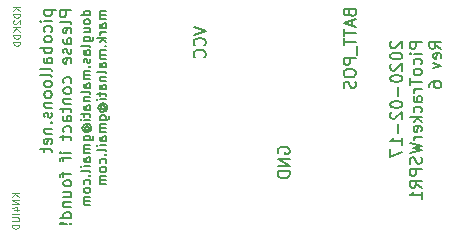
<source format=gbr>
G04 #@! TF.GenerationSoftware,KiCad,Pcbnew,(5.1.5)-3*
G04 #@! TF.CreationDate,2020-02-17T19:32:57-05:00*
G04 #@! TF.ProjectId,PicoTrackerWSPR1Rev6,5069636f-5472-4616-936b-657257535052,rev?*
G04 #@! TF.SameCoordinates,Original*
G04 #@! TF.FileFunction,Legend,Bot*
G04 #@! TF.FilePolarity,Positive*
%FSLAX46Y46*%
G04 Gerber Fmt 4.6, Leading zero omitted, Abs format (unit mm)*
G04 Created by KiCad (PCBNEW (5.1.5)-3) date 2020-02-17 19:32:57*
%MOMM*%
%LPD*%
G04 APERTURE LIST*
%ADD10C,0.125000*%
%ADD11C,0.150000*%
G04 APERTURE END LIST*
D10*
X78630428Y-85861714D02*
X78030428Y-85861714D01*
X78630428Y-86204571D02*
X78287571Y-85947428D01*
X78030428Y-86204571D02*
X78373285Y-85861714D01*
X78630428Y-86461714D02*
X78030428Y-86461714D01*
X78630428Y-86804571D01*
X78030428Y-86804571D01*
X78230428Y-87347428D02*
X78630428Y-87347428D01*
X78001857Y-87204571D02*
X78430428Y-87061714D01*
X78430428Y-87433142D01*
X78630428Y-87661714D02*
X78030428Y-87661714D01*
X78030428Y-87947428D02*
X78516142Y-87947428D01*
X78573285Y-87976000D01*
X78601857Y-88004571D01*
X78630428Y-88061714D01*
X78630428Y-88176000D01*
X78601857Y-88233142D01*
X78573285Y-88261714D01*
X78516142Y-88290285D01*
X78030428Y-88290285D01*
X78630428Y-88576000D02*
X78030428Y-88576000D01*
X78030428Y-88718857D01*
X78059000Y-88804571D01*
X78116142Y-88861714D01*
X78173285Y-88890285D01*
X78287571Y-88918857D01*
X78373285Y-88918857D01*
X78487571Y-88890285D01*
X78544714Y-88861714D01*
X78601857Y-88804571D01*
X78630428Y-88718857D01*
X78630428Y-88576000D01*
X78757428Y-70112142D02*
X78157428Y-70112142D01*
X78757428Y-70455000D02*
X78414571Y-70197857D01*
X78157428Y-70455000D02*
X78500285Y-70112142D01*
X78757428Y-70712142D02*
X78157428Y-70712142D01*
X78157428Y-70855000D01*
X78186000Y-70940714D01*
X78243142Y-70997857D01*
X78300285Y-71026428D01*
X78414571Y-71055000D01*
X78500285Y-71055000D01*
X78614571Y-71026428D01*
X78671714Y-70997857D01*
X78728857Y-70940714D01*
X78757428Y-70855000D01*
X78757428Y-70712142D01*
X78214571Y-71283571D02*
X78186000Y-71312142D01*
X78157428Y-71369285D01*
X78157428Y-71512142D01*
X78186000Y-71569285D01*
X78214571Y-71597857D01*
X78271714Y-71626428D01*
X78328857Y-71626428D01*
X78414571Y-71597857D01*
X78757428Y-71255000D01*
X78757428Y-71626428D01*
X78757428Y-71883571D02*
X78157428Y-71883571D01*
X78757428Y-72226428D02*
X78414571Y-71969285D01*
X78157428Y-72226428D02*
X78500285Y-71883571D01*
X78757428Y-72483571D02*
X78157428Y-72483571D01*
X78157428Y-72626428D01*
X78186000Y-72712142D01*
X78243142Y-72769285D01*
X78300285Y-72797857D01*
X78414571Y-72826428D01*
X78500285Y-72826428D01*
X78614571Y-72797857D01*
X78671714Y-72769285D01*
X78728857Y-72712142D01*
X78757428Y-72626428D01*
X78757428Y-72483571D01*
X78757428Y-73083571D02*
X78157428Y-73083571D01*
X78157428Y-73226428D01*
X78186000Y-73312142D01*
X78243142Y-73369285D01*
X78300285Y-73397857D01*
X78414571Y-73426428D01*
X78500285Y-73426428D01*
X78614571Y-73397857D01*
X78671714Y-73369285D01*
X78728857Y-73312142D01*
X78757428Y-73226428D01*
X78757428Y-73083571D01*
D11*
X84649904Y-70861833D02*
X83849904Y-70861833D01*
X84611809Y-70861833D02*
X84649904Y-70785642D01*
X84649904Y-70633261D01*
X84611809Y-70557071D01*
X84573714Y-70518976D01*
X84497523Y-70480880D01*
X84268952Y-70480880D01*
X84192761Y-70518976D01*
X84154666Y-70557071D01*
X84116571Y-70633261D01*
X84116571Y-70785642D01*
X84154666Y-70861833D01*
X84649904Y-71357071D02*
X84611809Y-71280880D01*
X84573714Y-71242785D01*
X84497523Y-71204690D01*
X84268952Y-71204690D01*
X84192761Y-71242785D01*
X84154666Y-71280880D01*
X84116571Y-71357071D01*
X84116571Y-71471357D01*
X84154666Y-71547547D01*
X84192761Y-71585642D01*
X84268952Y-71623738D01*
X84497523Y-71623738D01*
X84573714Y-71585642D01*
X84611809Y-71547547D01*
X84649904Y-71471357D01*
X84649904Y-71357071D01*
X84116571Y-72309452D02*
X84649904Y-72309452D01*
X84116571Y-71966595D02*
X84535619Y-71966595D01*
X84611809Y-72004690D01*
X84649904Y-72080880D01*
X84649904Y-72195166D01*
X84611809Y-72271357D01*
X84573714Y-72309452D01*
X84116571Y-73033261D02*
X84764190Y-73033261D01*
X84840380Y-72995166D01*
X84878476Y-72957071D01*
X84916571Y-72880880D01*
X84916571Y-72766595D01*
X84878476Y-72690404D01*
X84611809Y-73033261D02*
X84649904Y-72957071D01*
X84649904Y-72804690D01*
X84611809Y-72728500D01*
X84573714Y-72690404D01*
X84497523Y-72652309D01*
X84268952Y-72652309D01*
X84192761Y-72690404D01*
X84154666Y-72728500D01*
X84116571Y-72804690D01*
X84116571Y-72957071D01*
X84154666Y-73033261D01*
X84649904Y-73528500D02*
X84611809Y-73452309D01*
X84535619Y-73414214D01*
X83849904Y-73414214D01*
X84649904Y-74176119D02*
X84230857Y-74176119D01*
X84154666Y-74138023D01*
X84116571Y-74061833D01*
X84116571Y-73909452D01*
X84154666Y-73833261D01*
X84611809Y-74176119D02*
X84649904Y-74099928D01*
X84649904Y-73909452D01*
X84611809Y-73833261D01*
X84535619Y-73795166D01*
X84459428Y-73795166D01*
X84383238Y-73833261D01*
X84345142Y-73909452D01*
X84345142Y-74099928D01*
X84307047Y-74176119D01*
X84611809Y-74518976D02*
X84649904Y-74595166D01*
X84649904Y-74747547D01*
X84611809Y-74823738D01*
X84535619Y-74861833D01*
X84497523Y-74861833D01*
X84421333Y-74823738D01*
X84383238Y-74747547D01*
X84383238Y-74633261D01*
X84345142Y-74557071D01*
X84268952Y-74518976D01*
X84230857Y-74518976D01*
X84154666Y-74557071D01*
X84116571Y-74633261D01*
X84116571Y-74747547D01*
X84154666Y-74823738D01*
X84573714Y-75204690D02*
X84611809Y-75242785D01*
X84649904Y-75204690D01*
X84611809Y-75166595D01*
X84573714Y-75204690D01*
X84649904Y-75204690D01*
X84649904Y-75585642D02*
X84116571Y-75585642D01*
X84192761Y-75585642D02*
X84154666Y-75623738D01*
X84116571Y-75699928D01*
X84116571Y-75814214D01*
X84154666Y-75890404D01*
X84230857Y-75928500D01*
X84649904Y-75928500D01*
X84230857Y-75928500D02*
X84154666Y-75966595D01*
X84116571Y-76042785D01*
X84116571Y-76157071D01*
X84154666Y-76233261D01*
X84230857Y-76271357D01*
X84649904Y-76271357D01*
X84649904Y-76995166D02*
X84230857Y-76995166D01*
X84154666Y-76957071D01*
X84116571Y-76880880D01*
X84116571Y-76728500D01*
X84154666Y-76652309D01*
X84611809Y-76995166D02*
X84649904Y-76918976D01*
X84649904Y-76728500D01*
X84611809Y-76652309D01*
X84535619Y-76614214D01*
X84459428Y-76614214D01*
X84383238Y-76652309D01*
X84345142Y-76728500D01*
X84345142Y-76918976D01*
X84307047Y-76995166D01*
X84649904Y-77490404D02*
X84611809Y-77414214D01*
X84535619Y-77376119D01*
X83849904Y-77376119D01*
X84116571Y-77795166D02*
X84649904Y-77795166D01*
X84192761Y-77795166D02*
X84154666Y-77833261D01*
X84116571Y-77909452D01*
X84116571Y-78023738D01*
X84154666Y-78099928D01*
X84230857Y-78138023D01*
X84649904Y-78138023D01*
X84649904Y-78861833D02*
X84230857Y-78861833D01*
X84154666Y-78823738D01*
X84116571Y-78747547D01*
X84116571Y-78595166D01*
X84154666Y-78518976D01*
X84611809Y-78861833D02*
X84649904Y-78785642D01*
X84649904Y-78595166D01*
X84611809Y-78518976D01*
X84535619Y-78480880D01*
X84459428Y-78480880D01*
X84383238Y-78518976D01*
X84345142Y-78595166D01*
X84345142Y-78785642D01*
X84307047Y-78861833D01*
X84116571Y-79128500D02*
X84116571Y-79433261D01*
X83849904Y-79242785D02*
X84535619Y-79242785D01*
X84611809Y-79280880D01*
X84649904Y-79357071D01*
X84649904Y-79433261D01*
X84649904Y-79699928D02*
X84116571Y-79699928D01*
X83849904Y-79699928D02*
X83888000Y-79661833D01*
X83926095Y-79699928D01*
X83888000Y-79738023D01*
X83849904Y-79699928D01*
X83926095Y-79699928D01*
X84268952Y-80576119D02*
X84230857Y-80538023D01*
X84192761Y-80461833D01*
X84192761Y-80385642D01*
X84230857Y-80309452D01*
X84268952Y-80271357D01*
X84345142Y-80233261D01*
X84421333Y-80233261D01*
X84497523Y-80271357D01*
X84535619Y-80309452D01*
X84573714Y-80385642D01*
X84573714Y-80461833D01*
X84535619Y-80538023D01*
X84497523Y-80576119D01*
X84192761Y-80576119D02*
X84497523Y-80576119D01*
X84535619Y-80614214D01*
X84535619Y-80652309D01*
X84497523Y-80728500D01*
X84421333Y-80766595D01*
X84230857Y-80766595D01*
X84116571Y-80690404D01*
X84040380Y-80576119D01*
X84002285Y-80423738D01*
X84040380Y-80271357D01*
X84116571Y-80157071D01*
X84230857Y-80080880D01*
X84383238Y-80042785D01*
X84535619Y-80080880D01*
X84649904Y-80157071D01*
X84726095Y-80271357D01*
X84764190Y-80423738D01*
X84726095Y-80576119D01*
X84649904Y-80690404D01*
X84116571Y-81452309D02*
X84764190Y-81452309D01*
X84840380Y-81414214D01*
X84878476Y-81376119D01*
X84916571Y-81299928D01*
X84916571Y-81185642D01*
X84878476Y-81109452D01*
X84611809Y-81452309D02*
X84649904Y-81376119D01*
X84649904Y-81223738D01*
X84611809Y-81147547D01*
X84573714Y-81109452D01*
X84497523Y-81071357D01*
X84268952Y-81071357D01*
X84192761Y-81109452D01*
X84154666Y-81147547D01*
X84116571Y-81223738D01*
X84116571Y-81376119D01*
X84154666Y-81452309D01*
X84649904Y-81833261D02*
X84116571Y-81833261D01*
X84192761Y-81833261D02*
X84154666Y-81871357D01*
X84116571Y-81947547D01*
X84116571Y-82061833D01*
X84154666Y-82138023D01*
X84230857Y-82176119D01*
X84649904Y-82176119D01*
X84230857Y-82176119D02*
X84154666Y-82214214D01*
X84116571Y-82290404D01*
X84116571Y-82404690D01*
X84154666Y-82480880D01*
X84230857Y-82518976D01*
X84649904Y-82518976D01*
X84649904Y-83242785D02*
X84230857Y-83242785D01*
X84154666Y-83204690D01*
X84116571Y-83128500D01*
X84116571Y-82976119D01*
X84154666Y-82899928D01*
X84611809Y-83242785D02*
X84649904Y-83166595D01*
X84649904Y-82976119D01*
X84611809Y-82899928D01*
X84535619Y-82861833D01*
X84459428Y-82861833D01*
X84383238Y-82899928D01*
X84345142Y-82976119D01*
X84345142Y-83166595D01*
X84307047Y-83242785D01*
X84649904Y-83623738D02*
X84116571Y-83623738D01*
X83849904Y-83623738D02*
X83888000Y-83585642D01*
X83926095Y-83623738D01*
X83888000Y-83661833D01*
X83849904Y-83623738D01*
X83926095Y-83623738D01*
X84649904Y-84118976D02*
X84611809Y-84042785D01*
X84535619Y-84004690D01*
X83849904Y-84004690D01*
X84573714Y-84423738D02*
X84611809Y-84461833D01*
X84649904Y-84423738D01*
X84611809Y-84385642D01*
X84573714Y-84423738D01*
X84649904Y-84423738D01*
X84611809Y-85147547D02*
X84649904Y-85071357D01*
X84649904Y-84918976D01*
X84611809Y-84842785D01*
X84573714Y-84804690D01*
X84497523Y-84766595D01*
X84268952Y-84766595D01*
X84192761Y-84804690D01*
X84154666Y-84842785D01*
X84116571Y-84918976D01*
X84116571Y-85071357D01*
X84154666Y-85147547D01*
X84649904Y-85604690D02*
X84611809Y-85528500D01*
X84573714Y-85490404D01*
X84497523Y-85452309D01*
X84268952Y-85452309D01*
X84192761Y-85490404D01*
X84154666Y-85528500D01*
X84116571Y-85604690D01*
X84116571Y-85718976D01*
X84154666Y-85795166D01*
X84192761Y-85833261D01*
X84268952Y-85871357D01*
X84497523Y-85871357D01*
X84573714Y-85833261D01*
X84611809Y-85795166D01*
X84649904Y-85718976D01*
X84649904Y-85604690D01*
X84649904Y-86214214D02*
X84116571Y-86214214D01*
X84192761Y-86214214D02*
X84154666Y-86252309D01*
X84116571Y-86328500D01*
X84116571Y-86442785D01*
X84154666Y-86518976D01*
X84230857Y-86557071D01*
X84649904Y-86557071D01*
X84230857Y-86557071D02*
X84154666Y-86595166D01*
X84116571Y-86671357D01*
X84116571Y-86785642D01*
X84154666Y-86861833D01*
X84230857Y-86899928D01*
X84649904Y-86899928D01*
X85999904Y-70518976D02*
X85466571Y-70518976D01*
X85542761Y-70518976D02*
X85504666Y-70557071D01*
X85466571Y-70633261D01*
X85466571Y-70747547D01*
X85504666Y-70823738D01*
X85580857Y-70861833D01*
X85999904Y-70861833D01*
X85580857Y-70861833D02*
X85504666Y-70899928D01*
X85466571Y-70976119D01*
X85466571Y-71090404D01*
X85504666Y-71166595D01*
X85580857Y-71204690D01*
X85999904Y-71204690D01*
X85999904Y-71928500D02*
X85580857Y-71928500D01*
X85504666Y-71890404D01*
X85466571Y-71814214D01*
X85466571Y-71661833D01*
X85504666Y-71585642D01*
X85961809Y-71928500D02*
X85999904Y-71852309D01*
X85999904Y-71661833D01*
X85961809Y-71585642D01*
X85885619Y-71547547D01*
X85809428Y-71547547D01*
X85733238Y-71585642D01*
X85695142Y-71661833D01*
X85695142Y-71852309D01*
X85657047Y-71928500D01*
X85999904Y-72309452D02*
X85466571Y-72309452D01*
X85618952Y-72309452D02*
X85542761Y-72347547D01*
X85504666Y-72385642D01*
X85466571Y-72461833D01*
X85466571Y-72538023D01*
X85999904Y-72804690D02*
X85199904Y-72804690D01*
X85695142Y-72880880D02*
X85999904Y-73109452D01*
X85466571Y-73109452D02*
X85771333Y-72804690D01*
X85923714Y-73452309D02*
X85961809Y-73490404D01*
X85999904Y-73452309D01*
X85961809Y-73414214D01*
X85923714Y-73452309D01*
X85999904Y-73452309D01*
X85999904Y-73833261D02*
X85466571Y-73833261D01*
X85542761Y-73833261D02*
X85504666Y-73871357D01*
X85466571Y-73947547D01*
X85466571Y-74061833D01*
X85504666Y-74138023D01*
X85580857Y-74176119D01*
X85999904Y-74176119D01*
X85580857Y-74176119D02*
X85504666Y-74214214D01*
X85466571Y-74290404D01*
X85466571Y-74404690D01*
X85504666Y-74480880D01*
X85580857Y-74518976D01*
X85999904Y-74518976D01*
X85999904Y-75242785D02*
X85580857Y-75242785D01*
X85504666Y-75204690D01*
X85466571Y-75128500D01*
X85466571Y-74976119D01*
X85504666Y-74899928D01*
X85961809Y-75242785D02*
X85999904Y-75166595D01*
X85999904Y-74976119D01*
X85961809Y-74899928D01*
X85885619Y-74861833D01*
X85809428Y-74861833D01*
X85733238Y-74899928D01*
X85695142Y-74976119D01*
X85695142Y-75166595D01*
X85657047Y-75242785D01*
X85999904Y-75738023D02*
X85961809Y-75661833D01*
X85885619Y-75623738D01*
X85199904Y-75623738D01*
X85466571Y-76042785D02*
X85999904Y-76042785D01*
X85542761Y-76042785D02*
X85504666Y-76080880D01*
X85466571Y-76157071D01*
X85466571Y-76271357D01*
X85504666Y-76347547D01*
X85580857Y-76385642D01*
X85999904Y-76385642D01*
X85999904Y-77109452D02*
X85580857Y-77109452D01*
X85504666Y-77071357D01*
X85466571Y-76995166D01*
X85466571Y-76842785D01*
X85504666Y-76766595D01*
X85961809Y-77109452D02*
X85999904Y-77033261D01*
X85999904Y-76842785D01*
X85961809Y-76766595D01*
X85885619Y-76728500D01*
X85809428Y-76728500D01*
X85733238Y-76766595D01*
X85695142Y-76842785D01*
X85695142Y-77033261D01*
X85657047Y-77109452D01*
X85466571Y-77376119D02*
X85466571Y-77680880D01*
X85199904Y-77490404D02*
X85885619Y-77490404D01*
X85961809Y-77528500D01*
X85999904Y-77604690D01*
X85999904Y-77680880D01*
X85999904Y-77947547D02*
X85466571Y-77947547D01*
X85199904Y-77947547D02*
X85238000Y-77909452D01*
X85276095Y-77947547D01*
X85238000Y-77985642D01*
X85199904Y-77947547D01*
X85276095Y-77947547D01*
X85618952Y-78823738D02*
X85580857Y-78785642D01*
X85542761Y-78709452D01*
X85542761Y-78633261D01*
X85580857Y-78557071D01*
X85618952Y-78518976D01*
X85695142Y-78480880D01*
X85771333Y-78480880D01*
X85847523Y-78518976D01*
X85885619Y-78557071D01*
X85923714Y-78633261D01*
X85923714Y-78709452D01*
X85885619Y-78785642D01*
X85847523Y-78823738D01*
X85542761Y-78823738D02*
X85847523Y-78823738D01*
X85885619Y-78861833D01*
X85885619Y-78899928D01*
X85847523Y-78976119D01*
X85771333Y-79014214D01*
X85580857Y-79014214D01*
X85466571Y-78938023D01*
X85390380Y-78823738D01*
X85352285Y-78671357D01*
X85390380Y-78518976D01*
X85466571Y-78404690D01*
X85580857Y-78328500D01*
X85733238Y-78290404D01*
X85885619Y-78328500D01*
X85999904Y-78404690D01*
X86076095Y-78518976D01*
X86114190Y-78671357D01*
X86076095Y-78823738D01*
X85999904Y-78938023D01*
X85466571Y-79699928D02*
X86114190Y-79699928D01*
X86190380Y-79661833D01*
X86228476Y-79623738D01*
X86266571Y-79547547D01*
X86266571Y-79433261D01*
X86228476Y-79357071D01*
X85961809Y-79699928D02*
X85999904Y-79623738D01*
X85999904Y-79471357D01*
X85961809Y-79395166D01*
X85923714Y-79357071D01*
X85847523Y-79318976D01*
X85618952Y-79318976D01*
X85542761Y-79357071D01*
X85504666Y-79395166D01*
X85466571Y-79471357D01*
X85466571Y-79623738D01*
X85504666Y-79699928D01*
X85999904Y-80080880D02*
X85466571Y-80080880D01*
X85542761Y-80080880D02*
X85504666Y-80118976D01*
X85466571Y-80195166D01*
X85466571Y-80309452D01*
X85504666Y-80385642D01*
X85580857Y-80423738D01*
X85999904Y-80423738D01*
X85580857Y-80423738D02*
X85504666Y-80461833D01*
X85466571Y-80538023D01*
X85466571Y-80652309D01*
X85504666Y-80728500D01*
X85580857Y-80766595D01*
X85999904Y-80766595D01*
X85999904Y-81490404D02*
X85580857Y-81490404D01*
X85504666Y-81452309D01*
X85466571Y-81376119D01*
X85466571Y-81223738D01*
X85504666Y-81147547D01*
X85961809Y-81490404D02*
X85999904Y-81414214D01*
X85999904Y-81223738D01*
X85961809Y-81147547D01*
X85885619Y-81109452D01*
X85809428Y-81109452D01*
X85733238Y-81147547D01*
X85695142Y-81223738D01*
X85695142Y-81414214D01*
X85657047Y-81490404D01*
X85999904Y-81871357D02*
X85466571Y-81871357D01*
X85199904Y-81871357D02*
X85238000Y-81833261D01*
X85276095Y-81871357D01*
X85238000Y-81909452D01*
X85199904Y-81871357D01*
X85276095Y-81871357D01*
X85999904Y-82366595D02*
X85961809Y-82290404D01*
X85885619Y-82252309D01*
X85199904Y-82252309D01*
X85923714Y-82671357D02*
X85961809Y-82709452D01*
X85999904Y-82671357D01*
X85961809Y-82633261D01*
X85923714Y-82671357D01*
X85999904Y-82671357D01*
X85961809Y-83395166D02*
X85999904Y-83318976D01*
X85999904Y-83166595D01*
X85961809Y-83090404D01*
X85923714Y-83052309D01*
X85847523Y-83014214D01*
X85618952Y-83014214D01*
X85542761Y-83052309D01*
X85504666Y-83090404D01*
X85466571Y-83166595D01*
X85466571Y-83318976D01*
X85504666Y-83395166D01*
X85999904Y-83852309D02*
X85961809Y-83776119D01*
X85923714Y-83738023D01*
X85847523Y-83699928D01*
X85618952Y-83699928D01*
X85542761Y-83738023D01*
X85504666Y-83776119D01*
X85466571Y-83852309D01*
X85466571Y-83966595D01*
X85504666Y-84042785D01*
X85542761Y-84080880D01*
X85618952Y-84118976D01*
X85847523Y-84118976D01*
X85923714Y-84080880D01*
X85961809Y-84042785D01*
X85999904Y-83966595D01*
X85999904Y-83852309D01*
X85999904Y-84461833D02*
X85466571Y-84461833D01*
X85542761Y-84461833D02*
X85504666Y-84499928D01*
X85466571Y-84576119D01*
X85466571Y-84690404D01*
X85504666Y-84766595D01*
X85580857Y-84804690D01*
X85999904Y-84804690D01*
X85580857Y-84804690D02*
X85504666Y-84842785D01*
X85466571Y-84918976D01*
X85466571Y-85033261D01*
X85504666Y-85109452D01*
X85580857Y-85147547D01*
X85999904Y-85147547D01*
X80748714Y-70439595D02*
X81748714Y-70439595D01*
X80796333Y-70439595D02*
X80748714Y-70534833D01*
X80748714Y-70725309D01*
X80796333Y-70820547D01*
X80843952Y-70868166D01*
X80939190Y-70915785D01*
X81224904Y-70915785D01*
X81320142Y-70868166D01*
X81367761Y-70820547D01*
X81415380Y-70725309D01*
X81415380Y-70534833D01*
X81367761Y-70439595D01*
X81415380Y-71344357D02*
X80748714Y-71344357D01*
X80415380Y-71344357D02*
X80463000Y-71296738D01*
X80510619Y-71344357D01*
X80463000Y-71391976D01*
X80415380Y-71344357D01*
X80510619Y-71344357D01*
X81367761Y-72249119D02*
X81415380Y-72153880D01*
X81415380Y-71963404D01*
X81367761Y-71868166D01*
X81320142Y-71820547D01*
X81224904Y-71772928D01*
X80939190Y-71772928D01*
X80843952Y-71820547D01*
X80796333Y-71868166D01*
X80748714Y-71963404D01*
X80748714Y-72153880D01*
X80796333Y-72249119D01*
X81415380Y-72820547D02*
X81367761Y-72725309D01*
X81320142Y-72677690D01*
X81224904Y-72630071D01*
X80939190Y-72630071D01*
X80843952Y-72677690D01*
X80796333Y-72725309D01*
X80748714Y-72820547D01*
X80748714Y-72963404D01*
X80796333Y-73058642D01*
X80843952Y-73106261D01*
X80939190Y-73153880D01*
X81224904Y-73153880D01*
X81320142Y-73106261D01*
X81367761Y-73058642D01*
X81415380Y-72963404D01*
X81415380Y-72820547D01*
X81415380Y-73582452D02*
X80415380Y-73582452D01*
X80796333Y-73582452D02*
X80748714Y-73677690D01*
X80748714Y-73868166D01*
X80796333Y-73963404D01*
X80843952Y-74011023D01*
X80939190Y-74058642D01*
X81224904Y-74058642D01*
X81320142Y-74011023D01*
X81367761Y-73963404D01*
X81415380Y-73868166D01*
X81415380Y-73677690D01*
X81367761Y-73582452D01*
X81415380Y-74915785D02*
X80891571Y-74915785D01*
X80796333Y-74868166D01*
X80748714Y-74772928D01*
X80748714Y-74582452D01*
X80796333Y-74487214D01*
X81367761Y-74915785D02*
X81415380Y-74820547D01*
X81415380Y-74582452D01*
X81367761Y-74487214D01*
X81272523Y-74439595D01*
X81177285Y-74439595D01*
X81082047Y-74487214D01*
X81034428Y-74582452D01*
X81034428Y-74820547D01*
X80986809Y-74915785D01*
X81415380Y-75534833D02*
X81367761Y-75439595D01*
X81272523Y-75391976D01*
X80415380Y-75391976D01*
X81415380Y-76058642D02*
X81367761Y-75963404D01*
X81272523Y-75915785D01*
X80415380Y-75915785D01*
X81415380Y-76582452D02*
X81367761Y-76487214D01*
X81320142Y-76439595D01*
X81224904Y-76391976D01*
X80939190Y-76391976D01*
X80843952Y-76439595D01*
X80796333Y-76487214D01*
X80748714Y-76582452D01*
X80748714Y-76725309D01*
X80796333Y-76820547D01*
X80843952Y-76868166D01*
X80939190Y-76915785D01*
X81224904Y-76915785D01*
X81320142Y-76868166D01*
X81367761Y-76820547D01*
X81415380Y-76725309D01*
X81415380Y-76582452D01*
X81415380Y-77487214D02*
X81367761Y-77391976D01*
X81320142Y-77344357D01*
X81224904Y-77296738D01*
X80939190Y-77296738D01*
X80843952Y-77344357D01*
X80796333Y-77391976D01*
X80748714Y-77487214D01*
X80748714Y-77630071D01*
X80796333Y-77725309D01*
X80843952Y-77772928D01*
X80939190Y-77820547D01*
X81224904Y-77820547D01*
X81320142Y-77772928D01*
X81367761Y-77725309D01*
X81415380Y-77630071D01*
X81415380Y-77487214D01*
X80748714Y-78249119D02*
X81415380Y-78249119D01*
X80843952Y-78249119D02*
X80796333Y-78296738D01*
X80748714Y-78391976D01*
X80748714Y-78534833D01*
X80796333Y-78630071D01*
X80891571Y-78677690D01*
X81415380Y-78677690D01*
X81367761Y-79106261D02*
X81415380Y-79201500D01*
X81415380Y-79391976D01*
X81367761Y-79487214D01*
X81272523Y-79534833D01*
X81224904Y-79534833D01*
X81129666Y-79487214D01*
X81082047Y-79391976D01*
X81082047Y-79249119D01*
X81034428Y-79153880D01*
X80939190Y-79106261D01*
X80891571Y-79106261D01*
X80796333Y-79153880D01*
X80748714Y-79249119D01*
X80748714Y-79391976D01*
X80796333Y-79487214D01*
X81320142Y-79963404D02*
X81367761Y-80011023D01*
X81415380Y-79963404D01*
X81367761Y-79915785D01*
X81320142Y-79963404D01*
X81415380Y-79963404D01*
X80748714Y-80439595D02*
X81415380Y-80439595D01*
X80843952Y-80439595D02*
X80796333Y-80487214D01*
X80748714Y-80582452D01*
X80748714Y-80725309D01*
X80796333Y-80820547D01*
X80891571Y-80868166D01*
X81415380Y-80868166D01*
X81367761Y-81725309D02*
X81415380Y-81630071D01*
X81415380Y-81439595D01*
X81367761Y-81344357D01*
X81272523Y-81296738D01*
X80891571Y-81296738D01*
X80796333Y-81344357D01*
X80748714Y-81439595D01*
X80748714Y-81630071D01*
X80796333Y-81725309D01*
X80891571Y-81772928D01*
X80986809Y-81772928D01*
X81082047Y-81296738D01*
X80748714Y-82058642D02*
X80748714Y-82439595D01*
X80415380Y-82201500D02*
X81272523Y-82201500D01*
X81367761Y-82249119D01*
X81415380Y-82344357D01*
X81415380Y-82439595D01*
X83065380Y-70439595D02*
X82065380Y-70439595D01*
X82065380Y-70820547D01*
X82113000Y-70915785D01*
X82160619Y-70963404D01*
X82255857Y-71011023D01*
X82398714Y-71011023D01*
X82493952Y-70963404D01*
X82541571Y-70915785D01*
X82589190Y-70820547D01*
X82589190Y-70439595D01*
X83065380Y-71582452D02*
X83017761Y-71487214D01*
X82922523Y-71439595D01*
X82065380Y-71439595D01*
X83017761Y-72344357D02*
X83065380Y-72249119D01*
X83065380Y-72058642D01*
X83017761Y-71963404D01*
X82922523Y-71915785D01*
X82541571Y-71915785D01*
X82446333Y-71963404D01*
X82398714Y-72058642D01*
X82398714Y-72249119D01*
X82446333Y-72344357D01*
X82541571Y-72391976D01*
X82636809Y-72391976D01*
X82732047Y-71915785D01*
X83065380Y-73249119D02*
X82541571Y-73249119D01*
X82446333Y-73201500D01*
X82398714Y-73106261D01*
X82398714Y-72915785D01*
X82446333Y-72820547D01*
X83017761Y-73249119D02*
X83065380Y-73153880D01*
X83065380Y-72915785D01*
X83017761Y-72820547D01*
X82922523Y-72772928D01*
X82827285Y-72772928D01*
X82732047Y-72820547D01*
X82684428Y-72915785D01*
X82684428Y-73153880D01*
X82636809Y-73249119D01*
X83017761Y-73677690D02*
X83065380Y-73772928D01*
X83065380Y-73963404D01*
X83017761Y-74058642D01*
X82922523Y-74106261D01*
X82874904Y-74106261D01*
X82779666Y-74058642D01*
X82732047Y-73963404D01*
X82732047Y-73820547D01*
X82684428Y-73725309D01*
X82589190Y-73677690D01*
X82541571Y-73677690D01*
X82446333Y-73725309D01*
X82398714Y-73820547D01*
X82398714Y-73963404D01*
X82446333Y-74058642D01*
X83017761Y-74915785D02*
X83065380Y-74820547D01*
X83065380Y-74630071D01*
X83017761Y-74534833D01*
X82922523Y-74487214D01*
X82541571Y-74487214D01*
X82446333Y-74534833D01*
X82398714Y-74630071D01*
X82398714Y-74820547D01*
X82446333Y-74915785D01*
X82541571Y-74963404D01*
X82636809Y-74963404D01*
X82732047Y-74487214D01*
X83017761Y-76582452D02*
X83065380Y-76487214D01*
X83065380Y-76296738D01*
X83017761Y-76201500D01*
X82970142Y-76153880D01*
X82874904Y-76106261D01*
X82589190Y-76106261D01*
X82493952Y-76153880D01*
X82446333Y-76201500D01*
X82398714Y-76296738D01*
X82398714Y-76487214D01*
X82446333Y-76582452D01*
X83065380Y-77153880D02*
X83017761Y-77058642D01*
X82970142Y-77011023D01*
X82874904Y-76963404D01*
X82589190Y-76963404D01*
X82493952Y-77011023D01*
X82446333Y-77058642D01*
X82398714Y-77153880D01*
X82398714Y-77296738D01*
X82446333Y-77391976D01*
X82493952Y-77439595D01*
X82589190Y-77487214D01*
X82874904Y-77487214D01*
X82970142Y-77439595D01*
X83017761Y-77391976D01*
X83065380Y-77296738D01*
X83065380Y-77153880D01*
X82398714Y-77915785D02*
X83065380Y-77915785D01*
X82493952Y-77915785D02*
X82446333Y-77963404D01*
X82398714Y-78058642D01*
X82398714Y-78201500D01*
X82446333Y-78296738D01*
X82541571Y-78344357D01*
X83065380Y-78344357D01*
X82398714Y-78677690D02*
X82398714Y-79058642D01*
X82065380Y-78820547D02*
X82922523Y-78820547D01*
X83017761Y-78868166D01*
X83065380Y-78963404D01*
X83065380Y-79058642D01*
X83065380Y-79820547D02*
X82541571Y-79820547D01*
X82446333Y-79772928D01*
X82398714Y-79677690D01*
X82398714Y-79487214D01*
X82446333Y-79391976D01*
X83017761Y-79820547D02*
X83065380Y-79725309D01*
X83065380Y-79487214D01*
X83017761Y-79391976D01*
X82922523Y-79344357D01*
X82827285Y-79344357D01*
X82732047Y-79391976D01*
X82684428Y-79487214D01*
X82684428Y-79725309D01*
X82636809Y-79820547D01*
X83017761Y-80725309D02*
X83065380Y-80630071D01*
X83065380Y-80439595D01*
X83017761Y-80344357D01*
X82970142Y-80296738D01*
X82874904Y-80249119D01*
X82589190Y-80249119D01*
X82493952Y-80296738D01*
X82446333Y-80344357D01*
X82398714Y-80439595D01*
X82398714Y-80630071D01*
X82446333Y-80725309D01*
X82398714Y-81011023D02*
X82398714Y-81391976D01*
X82065380Y-81153880D02*
X82922523Y-81153880D01*
X83017761Y-81201500D01*
X83065380Y-81296738D01*
X83065380Y-81391976D01*
X83065380Y-82487214D02*
X82398714Y-82487214D01*
X82065380Y-82487214D02*
X82113000Y-82439595D01*
X82160619Y-82487214D01*
X82113000Y-82534833D01*
X82065380Y-82487214D01*
X82160619Y-82487214D01*
X82398714Y-82820547D02*
X82398714Y-83201500D01*
X83065380Y-82963404D02*
X82208238Y-82963404D01*
X82113000Y-83011023D01*
X82065380Y-83106261D01*
X82065380Y-83201500D01*
X82398714Y-84153880D02*
X82398714Y-84534833D01*
X83065380Y-84296738D02*
X82208238Y-84296738D01*
X82113000Y-84344357D01*
X82065380Y-84439595D01*
X82065380Y-84534833D01*
X83065380Y-85011023D02*
X83017761Y-84915785D01*
X82970142Y-84868166D01*
X82874904Y-84820547D01*
X82589190Y-84820547D01*
X82493952Y-84868166D01*
X82446333Y-84915785D01*
X82398714Y-85011023D01*
X82398714Y-85153880D01*
X82446333Y-85249119D01*
X82493952Y-85296738D01*
X82589190Y-85344357D01*
X82874904Y-85344357D01*
X82970142Y-85296738D01*
X83017761Y-85249119D01*
X83065380Y-85153880D01*
X83065380Y-85011023D01*
X82398714Y-86201500D02*
X83065380Y-86201500D01*
X82398714Y-85772928D02*
X82922523Y-85772928D01*
X83017761Y-85820547D01*
X83065380Y-85915785D01*
X83065380Y-86058642D01*
X83017761Y-86153880D01*
X82970142Y-86201500D01*
X82398714Y-86677690D02*
X83065380Y-86677690D01*
X82493952Y-86677690D02*
X82446333Y-86725309D01*
X82398714Y-86820547D01*
X82398714Y-86963404D01*
X82446333Y-87058642D01*
X82541571Y-87106261D01*
X83065380Y-87106261D01*
X83065380Y-88011023D02*
X82065380Y-88011023D01*
X83017761Y-88011023D02*
X83065380Y-87915785D01*
X83065380Y-87725309D01*
X83017761Y-87630071D01*
X82970142Y-87582452D01*
X82874904Y-87534833D01*
X82589190Y-87534833D01*
X82493952Y-87582452D01*
X82446333Y-87630071D01*
X82398714Y-87725309D01*
X82398714Y-87915785D01*
X82446333Y-88011023D01*
X82970142Y-88487214D02*
X83017761Y-88534833D01*
X83065380Y-88487214D01*
X83017761Y-88439595D01*
X82970142Y-88487214D01*
X83065380Y-88487214D01*
X82684428Y-88487214D02*
X82113000Y-88439595D01*
X82065380Y-88487214D01*
X82113000Y-88534833D01*
X82684428Y-88487214D01*
X82065380Y-88487214D01*
X110165619Y-73058976D02*
X110118000Y-73106595D01*
X110070380Y-73201833D01*
X110070380Y-73439928D01*
X110118000Y-73535166D01*
X110165619Y-73582785D01*
X110260857Y-73630404D01*
X110356095Y-73630404D01*
X110498952Y-73582785D01*
X111070380Y-73011357D01*
X111070380Y-73630404D01*
X110070380Y-74249452D02*
X110070380Y-74344690D01*
X110118000Y-74439928D01*
X110165619Y-74487547D01*
X110260857Y-74535166D01*
X110451333Y-74582785D01*
X110689428Y-74582785D01*
X110879904Y-74535166D01*
X110975142Y-74487547D01*
X111022761Y-74439928D01*
X111070380Y-74344690D01*
X111070380Y-74249452D01*
X111022761Y-74154214D01*
X110975142Y-74106595D01*
X110879904Y-74058976D01*
X110689428Y-74011357D01*
X110451333Y-74011357D01*
X110260857Y-74058976D01*
X110165619Y-74106595D01*
X110118000Y-74154214D01*
X110070380Y-74249452D01*
X110165619Y-74963738D02*
X110118000Y-75011357D01*
X110070380Y-75106595D01*
X110070380Y-75344690D01*
X110118000Y-75439928D01*
X110165619Y-75487547D01*
X110260857Y-75535166D01*
X110356095Y-75535166D01*
X110498952Y-75487547D01*
X111070380Y-74916119D01*
X111070380Y-75535166D01*
X110070380Y-76154214D02*
X110070380Y-76249452D01*
X110118000Y-76344690D01*
X110165619Y-76392309D01*
X110260857Y-76439928D01*
X110451333Y-76487547D01*
X110689428Y-76487547D01*
X110879904Y-76439928D01*
X110975142Y-76392309D01*
X111022761Y-76344690D01*
X111070380Y-76249452D01*
X111070380Y-76154214D01*
X111022761Y-76058976D01*
X110975142Y-76011357D01*
X110879904Y-75963738D01*
X110689428Y-75916119D01*
X110451333Y-75916119D01*
X110260857Y-75963738D01*
X110165619Y-76011357D01*
X110118000Y-76058976D01*
X110070380Y-76154214D01*
X110689428Y-76916119D02*
X110689428Y-77678023D01*
X110070380Y-78344690D02*
X110070380Y-78439928D01*
X110118000Y-78535166D01*
X110165619Y-78582785D01*
X110260857Y-78630404D01*
X110451333Y-78678023D01*
X110689428Y-78678023D01*
X110879904Y-78630404D01*
X110975142Y-78582785D01*
X111022761Y-78535166D01*
X111070380Y-78439928D01*
X111070380Y-78344690D01*
X111022761Y-78249452D01*
X110975142Y-78201833D01*
X110879904Y-78154214D01*
X110689428Y-78106595D01*
X110451333Y-78106595D01*
X110260857Y-78154214D01*
X110165619Y-78201833D01*
X110118000Y-78249452D01*
X110070380Y-78344690D01*
X110165619Y-79058976D02*
X110118000Y-79106595D01*
X110070380Y-79201833D01*
X110070380Y-79439928D01*
X110118000Y-79535166D01*
X110165619Y-79582785D01*
X110260857Y-79630404D01*
X110356095Y-79630404D01*
X110498952Y-79582785D01*
X111070380Y-79011357D01*
X111070380Y-79630404D01*
X110689428Y-80058976D02*
X110689428Y-80820880D01*
X111070380Y-81820880D02*
X111070380Y-81249452D01*
X111070380Y-81535166D02*
X110070380Y-81535166D01*
X110213238Y-81439928D01*
X110308476Y-81344690D01*
X110356095Y-81249452D01*
X110070380Y-82154214D02*
X110070380Y-82820880D01*
X111070380Y-82392309D01*
X112720380Y-73106595D02*
X111720380Y-73106595D01*
X111720380Y-73487547D01*
X111768000Y-73582785D01*
X111815619Y-73630404D01*
X111910857Y-73678023D01*
X112053714Y-73678023D01*
X112148952Y-73630404D01*
X112196571Y-73582785D01*
X112244190Y-73487547D01*
X112244190Y-73106595D01*
X112720380Y-74106595D02*
X112053714Y-74106595D01*
X111720380Y-74106595D02*
X111768000Y-74058976D01*
X111815619Y-74106595D01*
X111768000Y-74154214D01*
X111720380Y-74106595D01*
X111815619Y-74106595D01*
X112672761Y-75011357D02*
X112720380Y-74916119D01*
X112720380Y-74725642D01*
X112672761Y-74630404D01*
X112625142Y-74582785D01*
X112529904Y-74535166D01*
X112244190Y-74535166D01*
X112148952Y-74582785D01*
X112101333Y-74630404D01*
X112053714Y-74725642D01*
X112053714Y-74916119D01*
X112101333Y-75011357D01*
X112720380Y-75582785D02*
X112672761Y-75487547D01*
X112625142Y-75439928D01*
X112529904Y-75392309D01*
X112244190Y-75392309D01*
X112148952Y-75439928D01*
X112101333Y-75487547D01*
X112053714Y-75582785D01*
X112053714Y-75725642D01*
X112101333Y-75820880D01*
X112148952Y-75868500D01*
X112244190Y-75916119D01*
X112529904Y-75916119D01*
X112625142Y-75868500D01*
X112672761Y-75820880D01*
X112720380Y-75725642D01*
X112720380Y-75582785D01*
X111720380Y-76201833D02*
X111720380Y-76773261D01*
X112720380Y-76487547D02*
X111720380Y-76487547D01*
X112720380Y-77106595D02*
X112053714Y-77106595D01*
X112244190Y-77106595D02*
X112148952Y-77154214D01*
X112101333Y-77201833D01*
X112053714Y-77297071D01*
X112053714Y-77392309D01*
X112720380Y-78154214D02*
X112196571Y-78154214D01*
X112101333Y-78106595D01*
X112053714Y-78011357D01*
X112053714Y-77820880D01*
X112101333Y-77725642D01*
X112672761Y-78154214D02*
X112720380Y-78058976D01*
X112720380Y-77820880D01*
X112672761Y-77725642D01*
X112577523Y-77678023D01*
X112482285Y-77678023D01*
X112387047Y-77725642D01*
X112339428Y-77820880D01*
X112339428Y-78058976D01*
X112291809Y-78154214D01*
X112672761Y-79058976D02*
X112720380Y-78963738D01*
X112720380Y-78773261D01*
X112672761Y-78678023D01*
X112625142Y-78630404D01*
X112529904Y-78582785D01*
X112244190Y-78582785D01*
X112148952Y-78630404D01*
X112101333Y-78678023D01*
X112053714Y-78773261D01*
X112053714Y-78963738D01*
X112101333Y-79058976D01*
X112720380Y-79487547D02*
X111720380Y-79487547D01*
X112339428Y-79582785D02*
X112720380Y-79868500D01*
X112053714Y-79868500D02*
X112434666Y-79487547D01*
X112672761Y-80678023D02*
X112720380Y-80582785D01*
X112720380Y-80392309D01*
X112672761Y-80297071D01*
X112577523Y-80249452D01*
X112196571Y-80249452D01*
X112101333Y-80297071D01*
X112053714Y-80392309D01*
X112053714Y-80582785D01*
X112101333Y-80678023D01*
X112196571Y-80725642D01*
X112291809Y-80725642D01*
X112387047Y-80249452D01*
X112720380Y-81154214D02*
X112053714Y-81154214D01*
X112244190Y-81154214D02*
X112148952Y-81201833D01*
X112101333Y-81249452D01*
X112053714Y-81344690D01*
X112053714Y-81439928D01*
X111720380Y-81678023D02*
X112720380Y-81916119D01*
X112006095Y-82106595D01*
X112720380Y-82297071D01*
X111720380Y-82535166D01*
X112672761Y-82868500D02*
X112720380Y-83011357D01*
X112720380Y-83249452D01*
X112672761Y-83344690D01*
X112625142Y-83392309D01*
X112529904Y-83439928D01*
X112434666Y-83439928D01*
X112339428Y-83392309D01*
X112291809Y-83344690D01*
X112244190Y-83249452D01*
X112196571Y-83058976D01*
X112148952Y-82963738D01*
X112101333Y-82916119D01*
X112006095Y-82868500D01*
X111910857Y-82868500D01*
X111815619Y-82916119D01*
X111768000Y-82963738D01*
X111720380Y-83058976D01*
X111720380Y-83297071D01*
X111768000Y-83439928D01*
X112720380Y-83868500D02*
X111720380Y-83868500D01*
X111720380Y-84249452D01*
X111768000Y-84344690D01*
X111815619Y-84392309D01*
X111910857Y-84439928D01*
X112053714Y-84439928D01*
X112148952Y-84392309D01*
X112196571Y-84344690D01*
X112244190Y-84249452D01*
X112244190Y-83868500D01*
X112720380Y-85439928D02*
X112244190Y-85106595D01*
X112720380Y-84868500D02*
X111720380Y-84868500D01*
X111720380Y-85249452D01*
X111768000Y-85344690D01*
X111815619Y-85392309D01*
X111910857Y-85439928D01*
X112053714Y-85439928D01*
X112148952Y-85392309D01*
X112196571Y-85344690D01*
X112244190Y-85249452D01*
X112244190Y-84868500D01*
X112720380Y-86392309D02*
X112720380Y-85820880D01*
X112720380Y-86106595D02*
X111720380Y-86106595D01*
X111863238Y-86011357D01*
X111958476Y-85916119D01*
X112006095Y-85820880D01*
X114370380Y-73678023D02*
X113894190Y-73344690D01*
X114370380Y-73106595D02*
X113370380Y-73106595D01*
X113370380Y-73487547D01*
X113418000Y-73582785D01*
X113465619Y-73630404D01*
X113560857Y-73678023D01*
X113703714Y-73678023D01*
X113798952Y-73630404D01*
X113846571Y-73582785D01*
X113894190Y-73487547D01*
X113894190Y-73106595D01*
X114322761Y-74487547D02*
X114370380Y-74392309D01*
X114370380Y-74201833D01*
X114322761Y-74106595D01*
X114227523Y-74058976D01*
X113846571Y-74058976D01*
X113751333Y-74106595D01*
X113703714Y-74201833D01*
X113703714Y-74392309D01*
X113751333Y-74487547D01*
X113846571Y-74535166D01*
X113941809Y-74535166D01*
X114037047Y-74058976D01*
X113703714Y-74868500D02*
X114370380Y-75106595D01*
X113703714Y-75344690D01*
X113370380Y-76916119D02*
X113370380Y-76725642D01*
X113418000Y-76630404D01*
X113465619Y-76582785D01*
X113608476Y-76487547D01*
X113798952Y-76439928D01*
X114179904Y-76439928D01*
X114275142Y-76487547D01*
X114322761Y-76535166D01*
X114370380Y-76630404D01*
X114370380Y-76820880D01*
X114322761Y-76916119D01*
X114275142Y-76963738D01*
X114179904Y-77011357D01*
X113941809Y-77011357D01*
X113846571Y-76963738D01*
X113798952Y-76916119D01*
X113751333Y-76820880D01*
X113751333Y-76630404D01*
X113798952Y-76535166D01*
X113846571Y-76487547D01*
X113941809Y-76439928D01*
X100592000Y-82550095D02*
X100544380Y-82454857D01*
X100544380Y-82312000D01*
X100592000Y-82169142D01*
X100687238Y-82073904D01*
X100782476Y-82026285D01*
X100972952Y-81978666D01*
X101115809Y-81978666D01*
X101306285Y-82026285D01*
X101401523Y-82073904D01*
X101496761Y-82169142D01*
X101544380Y-82312000D01*
X101544380Y-82407238D01*
X101496761Y-82550095D01*
X101449142Y-82597714D01*
X101115809Y-82597714D01*
X101115809Y-82407238D01*
X101544380Y-83026285D02*
X100544380Y-83026285D01*
X101544380Y-83597714D01*
X100544380Y-83597714D01*
X101544380Y-84073904D02*
X100544380Y-84073904D01*
X100544380Y-84312000D01*
X100592000Y-84454857D01*
X100687238Y-84550095D01*
X100782476Y-84597714D01*
X100972952Y-84645333D01*
X101115809Y-84645333D01*
X101306285Y-84597714D01*
X101401523Y-84550095D01*
X101496761Y-84454857D01*
X101544380Y-84312000D01*
X101544380Y-84073904D01*
X93432380Y-71818666D02*
X94432380Y-72152000D01*
X93432380Y-72485333D01*
X94337142Y-73390095D02*
X94384761Y-73342476D01*
X94432380Y-73199619D01*
X94432380Y-73104380D01*
X94384761Y-72961523D01*
X94289523Y-72866285D01*
X94194285Y-72818666D01*
X94003809Y-72771047D01*
X93860952Y-72771047D01*
X93670476Y-72818666D01*
X93575238Y-72866285D01*
X93480000Y-72961523D01*
X93432380Y-73104380D01*
X93432380Y-73199619D01*
X93480000Y-73342476D01*
X93527619Y-73390095D01*
X94337142Y-74390095D02*
X94384761Y-74342476D01*
X94432380Y-74199619D01*
X94432380Y-74104380D01*
X94384761Y-73961523D01*
X94289523Y-73866285D01*
X94194285Y-73818666D01*
X94003809Y-73771047D01*
X93860952Y-73771047D01*
X93670476Y-73818666D01*
X93575238Y-73866285D01*
X93480000Y-73961523D01*
X93432380Y-74104380D01*
X93432380Y-74199619D01*
X93480000Y-74342476D01*
X93527619Y-74390095D01*
X106608571Y-70660000D02*
X106656190Y-70802857D01*
X106703809Y-70850476D01*
X106799047Y-70898095D01*
X106941904Y-70898095D01*
X107037142Y-70850476D01*
X107084761Y-70802857D01*
X107132380Y-70707619D01*
X107132380Y-70326666D01*
X106132380Y-70326666D01*
X106132380Y-70660000D01*
X106180000Y-70755238D01*
X106227619Y-70802857D01*
X106322857Y-70850476D01*
X106418095Y-70850476D01*
X106513333Y-70802857D01*
X106560952Y-70755238D01*
X106608571Y-70660000D01*
X106608571Y-70326666D01*
X106846666Y-71279047D02*
X106846666Y-71755238D01*
X107132380Y-71183809D02*
X106132380Y-71517142D01*
X107132380Y-71850476D01*
X106132380Y-72040952D02*
X106132380Y-72612380D01*
X107132380Y-72326666D02*
X106132380Y-72326666D01*
X106132380Y-72802857D02*
X106132380Y-73374285D01*
X107132380Y-73088571D02*
X106132380Y-73088571D01*
X107227619Y-73469523D02*
X107227619Y-74231428D01*
X107132380Y-74469523D02*
X106132380Y-74469523D01*
X106132380Y-74850476D01*
X106180000Y-74945714D01*
X106227619Y-74993333D01*
X106322857Y-75040952D01*
X106465714Y-75040952D01*
X106560952Y-74993333D01*
X106608571Y-74945714D01*
X106656190Y-74850476D01*
X106656190Y-74469523D01*
X106132380Y-75660000D02*
X106132380Y-75850476D01*
X106180000Y-75945714D01*
X106275238Y-76040952D01*
X106465714Y-76088571D01*
X106799047Y-76088571D01*
X106989523Y-76040952D01*
X107084761Y-75945714D01*
X107132380Y-75850476D01*
X107132380Y-75660000D01*
X107084761Y-75564761D01*
X106989523Y-75469523D01*
X106799047Y-75421904D01*
X106465714Y-75421904D01*
X106275238Y-75469523D01*
X106180000Y-75564761D01*
X106132380Y-75660000D01*
X107084761Y-76469523D02*
X107132380Y-76612380D01*
X107132380Y-76850476D01*
X107084761Y-76945714D01*
X107037142Y-76993333D01*
X106941904Y-77040952D01*
X106846666Y-77040952D01*
X106751428Y-76993333D01*
X106703809Y-76945714D01*
X106656190Y-76850476D01*
X106608571Y-76660000D01*
X106560952Y-76564761D01*
X106513333Y-76517142D01*
X106418095Y-76469523D01*
X106322857Y-76469523D01*
X106227619Y-76517142D01*
X106180000Y-76564761D01*
X106132380Y-76660000D01*
X106132380Y-76898095D01*
X106180000Y-77040952D01*
M02*

</source>
